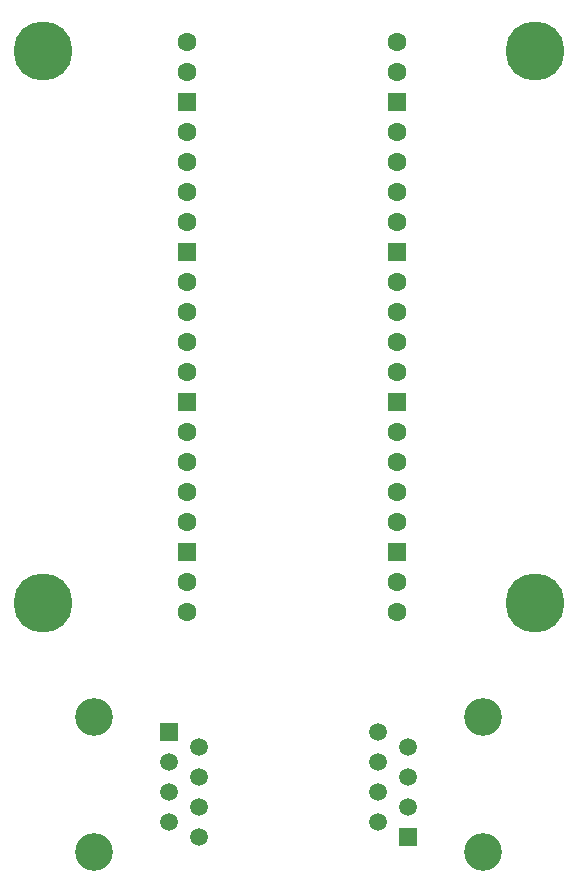
<source format=gbr>
%TF.GenerationSoftware,KiCad,Pcbnew,6.0.10-86aedd382b~118~ubuntu18.04.1*%
%TF.CreationDate,2025-01-01T16:08:03+10:30*%
%TF.ProjectId,pcb,7063622e-6b69-4636-9164-5f7063625858,1*%
%TF.SameCoordinates,Original*%
%TF.FileFunction,Soldermask,Bot*%
%TF.FilePolarity,Negative*%
%FSLAX46Y46*%
G04 Gerber Fmt 4.6, Leading zero omitted, Abs format (unit mm)*
G04 Created by KiCad (PCBNEW 6.0.10-86aedd382b~118~ubuntu18.04.1) date 2025-01-01 16:08:03*
%MOMM*%
%LPD*%
G01*
G04 APERTURE LIST*
G04 Aperture macros list*
%AMRoundRect*
0 Rectangle with rounded corners*
0 $1 Rounding radius*
0 $2 $3 $4 $5 $6 $7 $8 $9 X,Y pos of 4 corners*
0 Add a 4 corners polygon primitive as box body*
4,1,4,$2,$3,$4,$5,$6,$7,$8,$9,$2,$3,0*
0 Add four circle primitives for the rounded corners*
1,1,$1+$1,$2,$3*
1,1,$1+$1,$4,$5*
1,1,$1+$1,$6,$7*
1,1,$1+$1,$8,$9*
0 Add four rect primitives between the rounded corners*
20,1,$1+$1,$2,$3,$4,$5,0*
20,1,$1+$1,$4,$5,$6,$7,0*
20,1,$1+$1,$6,$7,$8,$9,0*
20,1,$1+$1,$8,$9,$2,$3,0*%
G04 Aperture macros list end*
%ADD10C,5.000000*%
%ADD11C,1.600000*%
%ADD12RoundRect,0.200000X-0.600000X-0.600000X0.600000X-0.600000X0.600000X0.600000X-0.600000X0.600000X0*%
%ADD13C,3.200000*%
%ADD14R,1.500000X1.500000*%
%ADD15C,1.500000*%
G04 APERTURE END LIST*
D10*
%TO.C,M2*%
X119888000Y-62992000D03*
%TD*%
D11*
%TO.C,A1*%
X90395000Y-62230000D03*
X90395000Y-64770000D03*
D12*
X90395000Y-67310000D03*
D11*
X90395000Y-69850000D03*
X90395000Y-72390000D03*
X90395000Y-74930000D03*
X90395000Y-77470000D03*
D12*
X90395000Y-80010000D03*
D11*
X90395000Y-82550000D03*
X90395000Y-85090000D03*
X90395000Y-87630000D03*
X90395000Y-90170000D03*
D12*
X90395000Y-92710000D03*
D11*
X90395000Y-95250000D03*
X90395000Y-97790000D03*
X90436881Y-100330000D03*
X90395000Y-102870000D03*
D12*
X90395000Y-105410000D03*
D11*
X90395000Y-107950000D03*
X90395000Y-110490000D03*
X108175000Y-110490000D03*
X108175000Y-107950000D03*
D12*
X108175000Y-105410000D03*
D11*
X108175000Y-102870000D03*
X108175000Y-100330000D03*
X108175000Y-97790000D03*
X108175000Y-95250000D03*
D12*
X108175000Y-92710000D03*
D11*
X108175000Y-90170000D03*
X108175000Y-87630000D03*
X108175000Y-85090000D03*
X108175000Y-82550000D03*
D12*
X108175000Y-80010000D03*
D11*
X108175000Y-77470000D03*
X108175000Y-74930000D03*
X108175000Y-72390000D03*
X108175000Y-69850000D03*
D12*
X108175000Y-67310000D03*
D11*
X108175000Y-64770000D03*
X108175000Y-62230000D03*
%TD*%
D10*
%TO.C,M1*%
X78232000Y-62992000D03*
%TD*%
%TO.C,M3*%
X78232000Y-109728000D03*
%TD*%
%TO.C,M4*%
X119888000Y-109728000D03*
%TD*%
D13*
%TO.C,J2*%
X115495000Y-130810000D03*
X115495000Y-119380000D03*
D14*
X109145000Y-129540000D03*
D15*
X106605000Y-128270000D03*
X109145000Y-127000000D03*
X106605000Y-125730000D03*
X109145000Y-124460000D03*
X106605000Y-123190000D03*
X109145000Y-121920000D03*
X106605000Y-120650000D03*
%TD*%
D13*
%TO.C,J1*%
X82550000Y-119380000D03*
X82550000Y-130810000D03*
D14*
X88900000Y-120650000D03*
D15*
X91440000Y-121920000D03*
X88900000Y-123190000D03*
X91440000Y-124460000D03*
X88900000Y-125730000D03*
X91440000Y-127000000D03*
X88900000Y-128270000D03*
X91440000Y-129540000D03*
%TD*%
M02*

</source>
